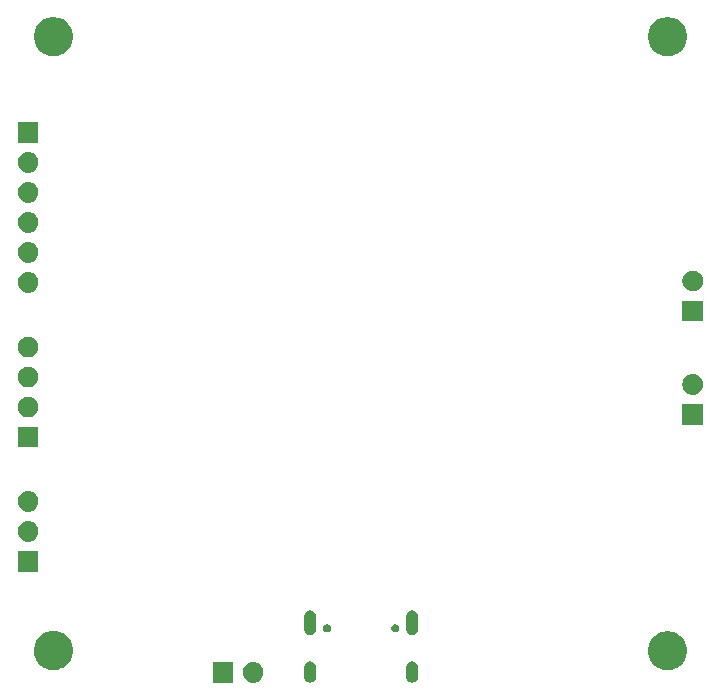
<source format=gbs>
G04 #@! TF.GenerationSoftware,KiCad,Pcbnew,(5.1.5)-3*
G04 #@! TF.CreationDate,2020-06-20T18:16:28+09:00*
G04 #@! TF.ProjectId,esp32-mp3-board,65737033-322d-46d7-9033-2d626f617264,rev?*
G04 #@! TF.SameCoordinates,Original*
G04 #@! TF.FileFunction,Soldermask,Bot*
G04 #@! TF.FilePolarity,Negative*
%FSLAX46Y46*%
G04 Gerber Fmt 4.6, Leading zero omitted, Abs format (unit mm)*
G04 Created by KiCad (PCBNEW (5.1.5)-3) date 2020-06-20 18:16:28*
%MOMM*%
%LPD*%
G04 APERTURE LIST*
%ADD10C,0.100000*%
G04 APERTURE END LIST*
D10*
G36*
X137814245Y-120547418D02*
G01*
X137923666Y-120569183D01*
X137989738Y-120596551D01*
X138083177Y-120635255D01*
X138226736Y-120731178D01*
X138348822Y-120853264D01*
X138444745Y-120996823D01*
X138483449Y-121090262D01*
X138510817Y-121156334D01*
X138523680Y-121221000D01*
X138544500Y-121325671D01*
X138544500Y-121498329D01*
X138510817Y-121667665D01*
X138444745Y-121827177D01*
X138348822Y-121970736D01*
X138226736Y-122092822D01*
X138083177Y-122188745D01*
X137989738Y-122227449D01*
X137923666Y-122254817D01*
X137850236Y-122269423D01*
X137754329Y-122288500D01*
X137581671Y-122288500D01*
X137485764Y-122269423D01*
X137412334Y-122254817D01*
X137346262Y-122227449D01*
X137252823Y-122188745D01*
X137109264Y-122092822D01*
X136987178Y-121970736D01*
X136891255Y-121827177D01*
X136825183Y-121667665D01*
X136791500Y-121498329D01*
X136791500Y-121325671D01*
X136812320Y-121221000D01*
X136825183Y-121156334D01*
X136852551Y-121090262D01*
X136891255Y-120996823D01*
X136987178Y-120853264D01*
X137109264Y-120731178D01*
X137252823Y-120635255D01*
X137346262Y-120596551D01*
X137412334Y-120569183D01*
X137521755Y-120547418D01*
X137581671Y-120535500D01*
X137754329Y-120535500D01*
X137814245Y-120547418D01*
G37*
G36*
X136004500Y-122288500D02*
G01*
X134251500Y-122288500D01*
X134251500Y-120535500D01*
X136004500Y-120535500D01*
X136004500Y-122288500D01*
G37*
G36*
X142590212Y-120472249D02*
G01*
X142684651Y-120500897D01*
X142771687Y-120547418D01*
X142847975Y-120610025D01*
X142910582Y-120686313D01*
X142957103Y-120773348D01*
X142985751Y-120867787D01*
X142993000Y-120941388D01*
X142993000Y-121790612D01*
X142985751Y-121864213D01*
X142957103Y-121958652D01*
X142910582Y-122045687D01*
X142847975Y-122121975D01*
X142771687Y-122184582D01*
X142684652Y-122231103D01*
X142590213Y-122259751D01*
X142492000Y-122269424D01*
X142393788Y-122259751D01*
X142299349Y-122231103D01*
X142212314Y-122184582D01*
X142136026Y-122121975D01*
X142073419Y-122045687D01*
X142026898Y-121958652D01*
X141998250Y-121864213D01*
X141991001Y-121790612D01*
X141991000Y-121790602D01*
X141991000Y-120941389D01*
X141998249Y-120867788D01*
X142026897Y-120773349D01*
X142073418Y-120686313D01*
X142136025Y-120610025D01*
X142212313Y-120547418D01*
X142299348Y-120500897D01*
X142393787Y-120472249D01*
X142492000Y-120462576D01*
X142590212Y-120472249D01*
G37*
G36*
X151230212Y-120472249D02*
G01*
X151324651Y-120500897D01*
X151411687Y-120547418D01*
X151487975Y-120610025D01*
X151550582Y-120686313D01*
X151597103Y-120773348D01*
X151625751Y-120867787D01*
X151633000Y-120941388D01*
X151633000Y-121790612D01*
X151625751Y-121864213D01*
X151597103Y-121958652D01*
X151550582Y-122045687D01*
X151487975Y-122121975D01*
X151411687Y-122184582D01*
X151324652Y-122231103D01*
X151230213Y-122259751D01*
X151132000Y-122269424D01*
X151033788Y-122259751D01*
X150939349Y-122231103D01*
X150852314Y-122184582D01*
X150776026Y-122121975D01*
X150713419Y-122045687D01*
X150666898Y-121958652D01*
X150638250Y-121864213D01*
X150631001Y-121790612D01*
X150631000Y-121790602D01*
X150631000Y-120941389D01*
X150638249Y-120867788D01*
X150666897Y-120773349D01*
X150713418Y-120686313D01*
X150776025Y-120610025D01*
X150852313Y-120547418D01*
X150939348Y-120500897D01*
X151033787Y-120472249D01*
X151132000Y-120462576D01*
X151230212Y-120472249D01*
G37*
G36*
X173125256Y-117971298D02*
G01*
X173231579Y-117992447D01*
X173314997Y-118027000D01*
X173507898Y-118106902D01*
X173532042Y-118116903D01*
X173802451Y-118297585D01*
X174032415Y-118527549D01*
X174213097Y-118797958D01*
X174333411Y-119088421D01*
X174337553Y-119098422D01*
X174399011Y-119407389D01*
X174401000Y-119417391D01*
X174401000Y-119742609D01*
X174337553Y-120061579D01*
X174213097Y-120362042D01*
X174032415Y-120632451D01*
X173802451Y-120862415D01*
X173532042Y-121043097D01*
X173231579Y-121167553D01*
X173125256Y-121188702D01*
X172912611Y-121231000D01*
X172587389Y-121231000D01*
X172374744Y-121188702D01*
X172268421Y-121167553D01*
X171967958Y-121043097D01*
X171697549Y-120862415D01*
X171467585Y-120632451D01*
X171286903Y-120362042D01*
X171162447Y-120061579D01*
X171099000Y-119742609D01*
X171099000Y-119417391D01*
X171100990Y-119407389D01*
X171162447Y-119098422D01*
X171166590Y-119088421D01*
X171286903Y-118797958D01*
X171467585Y-118527549D01*
X171697549Y-118297585D01*
X171967958Y-118116903D01*
X171992103Y-118106902D01*
X172185003Y-118027000D01*
X172268421Y-117992447D01*
X172374744Y-117971298D01*
X172587389Y-117929000D01*
X172912611Y-117929000D01*
X173125256Y-117971298D01*
G37*
G36*
X121061620Y-117948640D02*
G01*
X121231579Y-117982447D01*
X121339139Y-118027000D01*
X121520143Y-118101974D01*
X121532042Y-118106903D01*
X121802451Y-118287585D01*
X122032415Y-118517549D01*
X122039098Y-118527551D01*
X122213098Y-118787960D01*
X122337553Y-119088422D01*
X122401000Y-119407389D01*
X122401000Y-119732611D01*
X122358702Y-119945256D01*
X122337553Y-120051579D01*
X122213097Y-120352042D01*
X122032415Y-120622451D01*
X121802451Y-120852415D01*
X121532042Y-121033097D01*
X121532041Y-121033098D01*
X121532040Y-121033098D01*
X121444037Y-121069550D01*
X121231579Y-121157553D01*
X121125256Y-121178702D01*
X120912611Y-121221000D01*
X120587389Y-121221000D01*
X120374744Y-121178702D01*
X120268421Y-121157553D01*
X120055963Y-121069550D01*
X119967960Y-121033098D01*
X119967959Y-121033098D01*
X119967958Y-121033097D01*
X119697549Y-120852415D01*
X119467585Y-120622451D01*
X119286903Y-120352042D01*
X119162447Y-120051579D01*
X119141298Y-119945256D01*
X119099000Y-119732611D01*
X119099000Y-119407389D01*
X119162447Y-119088422D01*
X119286902Y-118787960D01*
X119460902Y-118527551D01*
X119467585Y-118517549D01*
X119697549Y-118287585D01*
X119967958Y-118106903D01*
X119979858Y-118101974D01*
X120160861Y-118027000D01*
X120268421Y-117982447D01*
X120438380Y-117948640D01*
X120587389Y-117919000D01*
X120912611Y-117919000D01*
X121061620Y-117948640D01*
G37*
G36*
X142590212Y-116152249D02*
G01*
X142684651Y-116180897D01*
X142771687Y-116227418D01*
X142847975Y-116290025D01*
X142910582Y-116366313D01*
X142957103Y-116453348D01*
X142985751Y-116547787D01*
X142993000Y-116621388D01*
X142993000Y-117770612D01*
X142985751Y-117844213D01*
X142957103Y-117938652D01*
X142910582Y-118025687D01*
X142847975Y-118101975D01*
X142771687Y-118164582D01*
X142684652Y-118211103D01*
X142590213Y-118239751D01*
X142492000Y-118249424D01*
X142393788Y-118239751D01*
X142299349Y-118211103D01*
X142212314Y-118164582D01*
X142136026Y-118101975D01*
X142073419Y-118025687D01*
X142026898Y-117938652D01*
X141998250Y-117844213D01*
X141991001Y-117770612D01*
X141991000Y-116621389D01*
X141998249Y-116547788D01*
X142026897Y-116453349D01*
X142073418Y-116366313D01*
X142136025Y-116290025D01*
X142212313Y-116227418D01*
X142299348Y-116180897D01*
X142393787Y-116152249D01*
X142492000Y-116142576D01*
X142590212Y-116152249D01*
G37*
G36*
X151230212Y-116152249D02*
G01*
X151324651Y-116180897D01*
X151411687Y-116227418D01*
X151487975Y-116290025D01*
X151550582Y-116366313D01*
X151597103Y-116453348D01*
X151625751Y-116547787D01*
X151633000Y-116621388D01*
X151633000Y-117770612D01*
X151625751Y-117844213D01*
X151597103Y-117938652D01*
X151550582Y-118025687D01*
X151487975Y-118101975D01*
X151411687Y-118164582D01*
X151324652Y-118211103D01*
X151230213Y-118239751D01*
X151132000Y-118249424D01*
X151033788Y-118239751D01*
X150939349Y-118211103D01*
X150852314Y-118164582D01*
X150776026Y-118101975D01*
X150713419Y-118025687D01*
X150666898Y-117938652D01*
X150638250Y-117844213D01*
X150631001Y-117770612D01*
X150631000Y-116621389D01*
X150638249Y-116547788D01*
X150666897Y-116453349D01*
X150713418Y-116366313D01*
X150776025Y-116290025D01*
X150852313Y-116227418D01*
X150939348Y-116180897D01*
X151033787Y-116152249D01*
X151132000Y-116142576D01*
X151230212Y-116152249D01*
G37*
G36*
X144024383Y-117338489D02*
G01*
X144024386Y-117338490D01*
X144024385Y-117338490D01*
X144088258Y-117364946D01*
X144145748Y-117403360D01*
X144194640Y-117452252D01*
X144233054Y-117509742D01*
X144254624Y-117561818D01*
X144259511Y-117573617D01*
X144273000Y-117641430D01*
X144273000Y-117710570D01*
X144259511Y-117778383D01*
X144259510Y-117778385D01*
X144233054Y-117842258D01*
X144194640Y-117899748D01*
X144145748Y-117948640D01*
X144088258Y-117987054D01*
X144036182Y-118008624D01*
X144024383Y-118013511D01*
X143956570Y-118027000D01*
X143887430Y-118027000D01*
X143819617Y-118013511D01*
X143807818Y-118008624D01*
X143755742Y-117987054D01*
X143698252Y-117948640D01*
X143649360Y-117899748D01*
X143610946Y-117842258D01*
X143584490Y-117778385D01*
X143584489Y-117778383D01*
X143571000Y-117710570D01*
X143571000Y-117641430D01*
X143584489Y-117573617D01*
X143589376Y-117561818D01*
X143610946Y-117509742D01*
X143649360Y-117452252D01*
X143698252Y-117403360D01*
X143755742Y-117364946D01*
X143819615Y-117338490D01*
X143819614Y-117338490D01*
X143819617Y-117338489D01*
X143887430Y-117325000D01*
X143956570Y-117325000D01*
X144024383Y-117338489D01*
G37*
G36*
X149804383Y-117338489D02*
G01*
X149804386Y-117338490D01*
X149804385Y-117338490D01*
X149868258Y-117364946D01*
X149925748Y-117403360D01*
X149974640Y-117452252D01*
X150013054Y-117509742D01*
X150034624Y-117561818D01*
X150039511Y-117573617D01*
X150053000Y-117641430D01*
X150053000Y-117710570D01*
X150039511Y-117778383D01*
X150039510Y-117778385D01*
X150013054Y-117842258D01*
X149974640Y-117899748D01*
X149925748Y-117948640D01*
X149868258Y-117987054D01*
X149816182Y-118008624D01*
X149804383Y-118013511D01*
X149736570Y-118027000D01*
X149667430Y-118027000D01*
X149599617Y-118013511D01*
X149587818Y-118008624D01*
X149535742Y-117987054D01*
X149478252Y-117948640D01*
X149429360Y-117899748D01*
X149390946Y-117842258D01*
X149364490Y-117778385D01*
X149364489Y-117778383D01*
X149351000Y-117710570D01*
X149351000Y-117641430D01*
X149364489Y-117573617D01*
X149369376Y-117561818D01*
X149390946Y-117509742D01*
X149429360Y-117452252D01*
X149478252Y-117403360D01*
X149535742Y-117364946D01*
X149599615Y-117338490D01*
X149599614Y-117338490D01*
X149599617Y-117338489D01*
X149667430Y-117325000D01*
X149736570Y-117325000D01*
X149804383Y-117338489D01*
G37*
G36*
X119494500Y-112890500D02*
G01*
X117741500Y-112890500D01*
X117741500Y-111137500D01*
X119494500Y-111137500D01*
X119494500Y-112890500D01*
G37*
G36*
X118788997Y-108614342D02*
G01*
X118873666Y-108631183D01*
X118939738Y-108658551D01*
X119033177Y-108697255D01*
X119176736Y-108793178D01*
X119298822Y-108915264D01*
X119394745Y-109058823D01*
X119460817Y-109218335D01*
X119494500Y-109387671D01*
X119494500Y-109560329D01*
X119460817Y-109729665D01*
X119394745Y-109889177D01*
X119298822Y-110032736D01*
X119176736Y-110154822D01*
X119033177Y-110250745D01*
X118939738Y-110289449D01*
X118873666Y-110316817D01*
X118788997Y-110333659D01*
X118704329Y-110350500D01*
X118531671Y-110350500D01*
X118447003Y-110333659D01*
X118362334Y-110316817D01*
X118296262Y-110289449D01*
X118202823Y-110250745D01*
X118059264Y-110154822D01*
X117937178Y-110032736D01*
X117841255Y-109889177D01*
X117775183Y-109729665D01*
X117741500Y-109560329D01*
X117741500Y-109387671D01*
X117775183Y-109218335D01*
X117841255Y-109058823D01*
X117937178Y-108915264D01*
X118059264Y-108793178D01*
X118202823Y-108697255D01*
X118296262Y-108658551D01*
X118362334Y-108631183D01*
X118447003Y-108614342D01*
X118531671Y-108597500D01*
X118704329Y-108597500D01*
X118788997Y-108614342D01*
G37*
G36*
X118788997Y-106074341D02*
G01*
X118873666Y-106091183D01*
X118939738Y-106118551D01*
X119033177Y-106157255D01*
X119176736Y-106253178D01*
X119298822Y-106375264D01*
X119394745Y-106518823D01*
X119460817Y-106678335D01*
X119494500Y-106847671D01*
X119494500Y-107020329D01*
X119460817Y-107189665D01*
X119394745Y-107349177D01*
X119298822Y-107492736D01*
X119176736Y-107614822D01*
X119033177Y-107710745D01*
X118939738Y-107749449D01*
X118873666Y-107776817D01*
X118788997Y-107793658D01*
X118704329Y-107810500D01*
X118531671Y-107810500D01*
X118447003Y-107793658D01*
X118362334Y-107776817D01*
X118296262Y-107749449D01*
X118202823Y-107710745D01*
X118059264Y-107614822D01*
X117937178Y-107492736D01*
X117841255Y-107349177D01*
X117775183Y-107189665D01*
X117741500Y-107020329D01*
X117741500Y-106847671D01*
X117775183Y-106678335D01*
X117841255Y-106518823D01*
X117937178Y-106375264D01*
X118059264Y-106253178D01*
X118202823Y-106157255D01*
X118296262Y-106118551D01*
X118362334Y-106091183D01*
X118447003Y-106074342D01*
X118531671Y-106057500D01*
X118704329Y-106057500D01*
X118788997Y-106074341D01*
G37*
G36*
X119494500Y-102349500D02*
G01*
X117741500Y-102349500D01*
X117741500Y-100596500D01*
X119494500Y-100596500D01*
X119494500Y-102349500D01*
G37*
G36*
X175755500Y-100444500D02*
G01*
X174002500Y-100444500D01*
X174002500Y-98691500D01*
X175755500Y-98691500D01*
X175755500Y-100444500D01*
G37*
G36*
X118788997Y-98073342D02*
G01*
X118873666Y-98090183D01*
X118939738Y-98117551D01*
X119033177Y-98156255D01*
X119176736Y-98252178D01*
X119298822Y-98374264D01*
X119394745Y-98517823D01*
X119460817Y-98677335D01*
X119494500Y-98846671D01*
X119494500Y-99019329D01*
X119460817Y-99188665D01*
X119394745Y-99348177D01*
X119298822Y-99491736D01*
X119176736Y-99613822D01*
X119033177Y-99709745D01*
X118939738Y-99748449D01*
X118873666Y-99775817D01*
X118788997Y-99792659D01*
X118704329Y-99809500D01*
X118531671Y-99809500D01*
X118447003Y-99792659D01*
X118362334Y-99775817D01*
X118296262Y-99748449D01*
X118202823Y-99709745D01*
X118059264Y-99613822D01*
X117937178Y-99491736D01*
X117841255Y-99348177D01*
X117775183Y-99188665D01*
X117741500Y-99019329D01*
X117741500Y-98846671D01*
X117775183Y-98677335D01*
X117841255Y-98517823D01*
X117937178Y-98374264D01*
X118059264Y-98252178D01*
X118202823Y-98156255D01*
X118296262Y-98117551D01*
X118362334Y-98090183D01*
X118447003Y-98073342D01*
X118531671Y-98056500D01*
X118704329Y-98056500D01*
X118788997Y-98073342D01*
G37*
G36*
X175049997Y-96168342D02*
G01*
X175134666Y-96185183D01*
X175200738Y-96212551D01*
X175294177Y-96251255D01*
X175437736Y-96347178D01*
X175559822Y-96469264D01*
X175655745Y-96612823D01*
X175694449Y-96706262D01*
X175721817Y-96772334D01*
X175728947Y-96808178D01*
X175755500Y-96941671D01*
X175755500Y-97114329D01*
X175721817Y-97283665D01*
X175655745Y-97443177D01*
X175559822Y-97586736D01*
X175437736Y-97708822D01*
X175294177Y-97804745D01*
X175200738Y-97843449D01*
X175134666Y-97870817D01*
X175049997Y-97887659D01*
X174965329Y-97904500D01*
X174792671Y-97904500D01*
X174708003Y-97887659D01*
X174623334Y-97870817D01*
X174557262Y-97843449D01*
X174463823Y-97804745D01*
X174320264Y-97708822D01*
X174198178Y-97586736D01*
X174102255Y-97443177D01*
X174036183Y-97283665D01*
X174002500Y-97114329D01*
X174002500Y-96941671D01*
X174029053Y-96808178D01*
X174036183Y-96772334D01*
X174063551Y-96706262D01*
X174102255Y-96612823D01*
X174198178Y-96469264D01*
X174320264Y-96347178D01*
X174463823Y-96251255D01*
X174557262Y-96212551D01*
X174623334Y-96185183D01*
X174708003Y-96168342D01*
X174792671Y-96151500D01*
X174965329Y-96151500D01*
X175049997Y-96168342D01*
G37*
G36*
X118788997Y-95533342D02*
G01*
X118873666Y-95550183D01*
X118939738Y-95577551D01*
X119033177Y-95616255D01*
X119176736Y-95712178D01*
X119298822Y-95834264D01*
X119394745Y-95977823D01*
X119433449Y-96071262D01*
X119460817Y-96137334D01*
X119494500Y-96306672D01*
X119494500Y-96479328D01*
X119467947Y-96612823D01*
X119460817Y-96648665D01*
X119394745Y-96808177D01*
X119298822Y-96951736D01*
X119176736Y-97073822D01*
X119033177Y-97169745D01*
X118939738Y-97208449D01*
X118873666Y-97235817D01*
X118788997Y-97252659D01*
X118704329Y-97269500D01*
X118531671Y-97269500D01*
X118447003Y-97252659D01*
X118362334Y-97235817D01*
X118296262Y-97208449D01*
X118202823Y-97169745D01*
X118059264Y-97073822D01*
X117937178Y-96951736D01*
X117841255Y-96808177D01*
X117775183Y-96648665D01*
X117768054Y-96612823D01*
X117741500Y-96479328D01*
X117741500Y-96306672D01*
X117775183Y-96137334D01*
X117802551Y-96071262D01*
X117841255Y-95977823D01*
X117937178Y-95834264D01*
X118059264Y-95712178D01*
X118202823Y-95616255D01*
X118296262Y-95577551D01*
X118362334Y-95550183D01*
X118447003Y-95533341D01*
X118531671Y-95516500D01*
X118704329Y-95516500D01*
X118788997Y-95533342D01*
G37*
G36*
X118788997Y-92993342D02*
G01*
X118873666Y-93010183D01*
X118939738Y-93037551D01*
X119033177Y-93076255D01*
X119176736Y-93172178D01*
X119298822Y-93294264D01*
X119394745Y-93437823D01*
X119460817Y-93597335D01*
X119494500Y-93766671D01*
X119494500Y-93939329D01*
X119460817Y-94108665D01*
X119394745Y-94268177D01*
X119298822Y-94411736D01*
X119176736Y-94533822D01*
X119033177Y-94629745D01*
X118939738Y-94668449D01*
X118873666Y-94695817D01*
X118788997Y-94712659D01*
X118704329Y-94729500D01*
X118531671Y-94729500D01*
X118447003Y-94712658D01*
X118362334Y-94695817D01*
X118296262Y-94668449D01*
X118202823Y-94629745D01*
X118059264Y-94533822D01*
X117937178Y-94411736D01*
X117841255Y-94268177D01*
X117775183Y-94108665D01*
X117741500Y-93939329D01*
X117741500Y-93766671D01*
X117775183Y-93597335D01*
X117841255Y-93437823D01*
X117937178Y-93294264D01*
X118059264Y-93172178D01*
X118202823Y-93076255D01*
X118296262Y-93037551D01*
X118362334Y-93010183D01*
X118447003Y-92993342D01*
X118531671Y-92976500D01*
X118704329Y-92976500D01*
X118788997Y-92993342D01*
G37*
G36*
X175755500Y-91681500D02*
G01*
X174002500Y-91681500D01*
X174002500Y-89928500D01*
X175755500Y-89928500D01*
X175755500Y-91681500D01*
G37*
G36*
X118788997Y-87532341D02*
G01*
X118873666Y-87549183D01*
X118939738Y-87576551D01*
X119033177Y-87615255D01*
X119176736Y-87711178D01*
X119298822Y-87833264D01*
X119394745Y-87976823D01*
X119460817Y-88136335D01*
X119494500Y-88305671D01*
X119494500Y-88478329D01*
X119460817Y-88647665D01*
X119394745Y-88807177D01*
X119298822Y-88950736D01*
X119176736Y-89072822D01*
X119033177Y-89168745D01*
X118939738Y-89207449D01*
X118873666Y-89234817D01*
X118788997Y-89251658D01*
X118704329Y-89268500D01*
X118531671Y-89268500D01*
X118447003Y-89251658D01*
X118362334Y-89234817D01*
X118296262Y-89207449D01*
X118202823Y-89168745D01*
X118059264Y-89072822D01*
X117937178Y-88950736D01*
X117841255Y-88807177D01*
X117775183Y-88647665D01*
X117741500Y-88478329D01*
X117741500Y-88305671D01*
X117775183Y-88136335D01*
X117841255Y-87976823D01*
X117937178Y-87833264D01*
X118059264Y-87711178D01*
X118202823Y-87615255D01*
X118296262Y-87576551D01*
X118362334Y-87549183D01*
X118447003Y-87532341D01*
X118531671Y-87515500D01*
X118704329Y-87515500D01*
X118788997Y-87532341D01*
G37*
G36*
X175049997Y-87405341D02*
G01*
X175134666Y-87422183D01*
X175200738Y-87449551D01*
X175294177Y-87488255D01*
X175437736Y-87584178D01*
X175559822Y-87706264D01*
X175655745Y-87849823D01*
X175721817Y-88009335D01*
X175755500Y-88178671D01*
X175755500Y-88351329D01*
X175721817Y-88520665D01*
X175655745Y-88680177D01*
X175559822Y-88823736D01*
X175437736Y-88945822D01*
X175294177Y-89041745D01*
X175219150Y-89072822D01*
X175134666Y-89107817D01*
X175049997Y-89124659D01*
X174965329Y-89141500D01*
X174792671Y-89141500D01*
X174708003Y-89124659D01*
X174623334Y-89107817D01*
X174538850Y-89072822D01*
X174463823Y-89041745D01*
X174320264Y-88945822D01*
X174198178Y-88823736D01*
X174102255Y-88680177D01*
X174036183Y-88520665D01*
X174002500Y-88351329D01*
X174002500Y-88178671D01*
X174036183Y-88009335D01*
X174102255Y-87849823D01*
X174198178Y-87706264D01*
X174320264Y-87584178D01*
X174463823Y-87488255D01*
X174557262Y-87449551D01*
X174623334Y-87422183D01*
X174708003Y-87405341D01*
X174792671Y-87388500D01*
X174965329Y-87388500D01*
X175049997Y-87405341D01*
G37*
G36*
X118788997Y-84992341D02*
G01*
X118873666Y-85009183D01*
X118939738Y-85036551D01*
X119033177Y-85075255D01*
X119176736Y-85171178D01*
X119298822Y-85293264D01*
X119394745Y-85436823D01*
X119460817Y-85596335D01*
X119494500Y-85765671D01*
X119494500Y-85938329D01*
X119460817Y-86107665D01*
X119394745Y-86267177D01*
X119298822Y-86410736D01*
X119176736Y-86532822D01*
X119033177Y-86628745D01*
X118939738Y-86667449D01*
X118873666Y-86694817D01*
X118788997Y-86711659D01*
X118704329Y-86728500D01*
X118531671Y-86728500D01*
X118447003Y-86711659D01*
X118362334Y-86694817D01*
X118296262Y-86667449D01*
X118202823Y-86628745D01*
X118059264Y-86532822D01*
X117937178Y-86410736D01*
X117841255Y-86267177D01*
X117775183Y-86107665D01*
X117741500Y-85938329D01*
X117741500Y-85765671D01*
X117775183Y-85596335D01*
X117841255Y-85436823D01*
X117937178Y-85293264D01*
X118059264Y-85171178D01*
X118202823Y-85075255D01*
X118296262Y-85036551D01*
X118362334Y-85009183D01*
X118447003Y-84992341D01*
X118531671Y-84975500D01*
X118704329Y-84975500D01*
X118788997Y-84992341D01*
G37*
G36*
X118788997Y-82452341D02*
G01*
X118873666Y-82469183D01*
X118939738Y-82496551D01*
X119033177Y-82535255D01*
X119176736Y-82631178D01*
X119298822Y-82753264D01*
X119394745Y-82896823D01*
X119460817Y-83056335D01*
X119494500Y-83225671D01*
X119494500Y-83398329D01*
X119460817Y-83567665D01*
X119394745Y-83727177D01*
X119298822Y-83870736D01*
X119176736Y-83992822D01*
X119033177Y-84088745D01*
X118939738Y-84127449D01*
X118873666Y-84154817D01*
X118788997Y-84171658D01*
X118704329Y-84188500D01*
X118531671Y-84188500D01*
X118447003Y-84171659D01*
X118362334Y-84154817D01*
X118296262Y-84127449D01*
X118202823Y-84088745D01*
X118059264Y-83992822D01*
X117937178Y-83870736D01*
X117841255Y-83727177D01*
X117775183Y-83567665D01*
X117741500Y-83398329D01*
X117741500Y-83225671D01*
X117775183Y-83056335D01*
X117841255Y-82896823D01*
X117937178Y-82753264D01*
X118059264Y-82631178D01*
X118202823Y-82535255D01*
X118296262Y-82496551D01*
X118362334Y-82469183D01*
X118447003Y-82452341D01*
X118531671Y-82435500D01*
X118704329Y-82435500D01*
X118788997Y-82452341D01*
G37*
G36*
X118788997Y-79912341D02*
G01*
X118873666Y-79929183D01*
X118939738Y-79956551D01*
X119033177Y-79995255D01*
X119176736Y-80091178D01*
X119298822Y-80213264D01*
X119394745Y-80356823D01*
X119460817Y-80516335D01*
X119494500Y-80685671D01*
X119494500Y-80858329D01*
X119460817Y-81027665D01*
X119394745Y-81187177D01*
X119298822Y-81330736D01*
X119176736Y-81452822D01*
X119033177Y-81548745D01*
X118939738Y-81587449D01*
X118873666Y-81614817D01*
X118788997Y-81631658D01*
X118704329Y-81648500D01*
X118531671Y-81648500D01*
X118447003Y-81631658D01*
X118362334Y-81614817D01*
X118296262Y-81587449D01*
X118202823Y-81548745D01*
X118059264Y-81452822D01*
X117937178Y-81330736D01*
X117841255Y-81187177D01*
X117775183Y-81027665D01*
X117741500Y-80858329D01*
X117741500Y-80685671D01*
X117775183Y-80516335D01*
X117841255Y-80356823D01*
X117937178Y-80213264D01*
X118059264Y-80091178D01*
X118202823Y-79995255D01*
X118296262Y-79956551D01*
X118362334Y-79929183D01*
X118447003Y-79912341D01*
X118531671Y-79895500D01*
X118704329Y-79895500D01*
X118788997Y-79912341D01*
G37*
G36*
X118788997Y-77372341D02*
G01*
X118873666Y-77389183D01*
X118939738Y-77416551D01*
X119033177Y-77455255D01*
X119176736Y-77551178D01*
X119298822Y-77673264D01*
X119394745Y-77816823D01*
X119460817Y-77976335D01*
X119494500Y-78145671D01*
X119494500Y-78318329D01*
X119460817Y-78487665D01*
X119394745Y-78647177D01*
X119298822Y-78790736D01*
X119176736Y-78912822D01*
X119033177Y-79008745D01*
X118939738Y-79047449D01*
X118873666Y-79074817D01*
X118788997Y-79091658D01*
X118704329Y-79108500D01*
X118531671Y-79108500D01*
X118447003Y-79091658D01*
X118362334Y-79074817D01*
X118296262Y-79047449D01*
X118202823Y-79008745D01*
X118059264Y-78912822D01*
X117937178Y-78790736D01*
X117841255Y-78647177D01*
X117775183Y-78487665D01*
X117741500Y-78318329D01*
X117741500Y-78145671D01*
X117775183Y-77976335D01*
X117841255Y-77816823D01*
X117937178Y-77673264D01*
X118059264Y-77551178D01*
X118202823Y-77455255D01*
X118296262Y-77416551D01*
X118362334Y-77389183D01*
X118447003Y-77372341D01*
X118531671Y-77355500D01*
X118704329Y-77355500D01*
X118788997Y-77372341D01*
G37*
G36*
X119494500Y-76568500D02*
G01*
X117741500Y-76568500D01*
X117741500Y-74815500D01*
X119494500Y-74815500D01*
X119494500Y-76568500D01*
G37*
G36*
X121125256Y-65971298D02*
G01*
X121231579Y-65992447D01*
X121532042Y-66116903D01*
X121802451Y-66297585D01*
X122032415Y-66527549D01*
X122213097Y-66797958D01*
X122337553Y-67098421D01*
X122401000Y-67417391D01*
X122401000Y-67742609D01*
X122337553Y-68061579D01*
X122213097Y-68362042D01*
X122032415Y-68632451D01*
X121802451Y-68862415D01*
X121532042Y-69043097D01*
X121231579Y-69167553D01*
X121125256Y-69188702D01*
X120912611Y-69231000D01*
X120587389Y-69231000D01*
X120374744Y-69188702D01*
X120268421Y-69167553D01*
X119967958Y-69043097D01*
X119697549Y-68862415D01*
X119467585Y-68632451D01*
X119286903Y-68362042D01*
X119162447Y-68061579D01*
X119099000Y-67742609D01*
X119099000Y-67417391D01*
X119162447Y-67098421D01*
X119286903Y-66797958D01*
X119467585Y-66527549D01*
X119697549Y-66297585D01*
X119967958Y-66116903D01*
X120268421Y-65992447D01*
X120374744Y-65971298D01*
X120587389Y-65929000D01*
X120912611Y-65929000D01*
X121125256Y-65971298D01*
G37*
G36*
X173125256Y-65971298D02*
G01*
X173231579Y-65992447D01*
X173532042Y-66116903D01*
X173802451Y-66297585D01*
X174032415Y-66527549D01*
X174213097Y-66797958D01*
X174337553Y-67098421D01*
X174401000Y-67417391D01*
X174401000Y-67742609D01*
X174337553Y-68061579D01*
X174213097Y-68362042D01*
X174032415Y-68632451D01*
X173802451Y-68862415D01*
X173532042Y-69043097D01*
X173231579Y-69167553D01*
X173125256Y-69188702D01*
X172912611Y-69231000D01*
X172587389Y-69231000D01*
X172374744Y-69188702D01*
X172268421Y-69167553D01*
X171967958Y-69043097D01*
X171697549Y-68862415D01*
X171467585Y-68632451D01*
X171286903Y-68362042D01*
X171162447Y-68061579D01*
X171099000Y-67742609D01*
X171099000Y-67417391D01*
X171162447Y-67098421D01*
X171286903Y-66797958D01*
X171467585Y-66527549D01*
X171697549Y-66297585D01*
X171967958Y-66116903D01*
X172268421Y-65992447D01*
X172374744Y-65971298D01*
X172587389Y-65929000D01*
X172912611Y-65929000D01*
X173125256Y-65971298D01*
G37*
M02*

</source>
